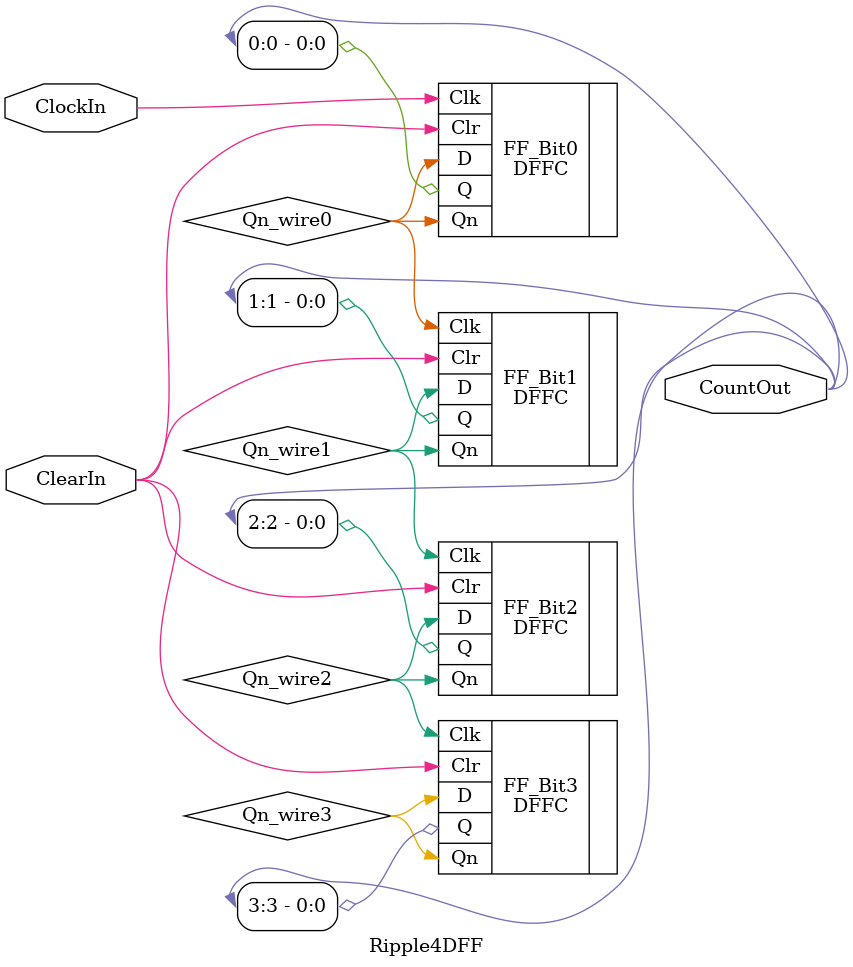
<source format=v>
module Ripple4DFF ( output[3:0] CountOut
                  , input ClockIn, ClearIn);
  //
  wire Qn_wire0, Qn_wire1, Qn_wire2, Qn_wire3;
  //
  DFFC FF_Bit0(.Q(CountOut[0]), .Qn(Qn_wire0), .D(Qn_wire0)
              , .Clk(ClockIn), .Clr(ClearIn) );
  DFFC FF_Bit1(.Q(CountOut[1]), .Qn(Qn_wire1), .D(Qn_wire1)
              , .Clk(Qn_wire0), .Clr(ClearIn) );
  DFFC FF_Bit2(.Q(CountOut[2]), .Qn(Qn_wire2), .D(Qn_wire2)
              , .Clk(Qn_wire1), .Clr(ClearIn) );
  DFFC FF_Bit3(.Q(CountOut[3]), .Qn(Qn_wire3), .D(Qn_wire3)
              , .Clk(Qn_wire2), .Clr(ClearIn) );
endmodule // Ripple4DFF.
//

</source>
